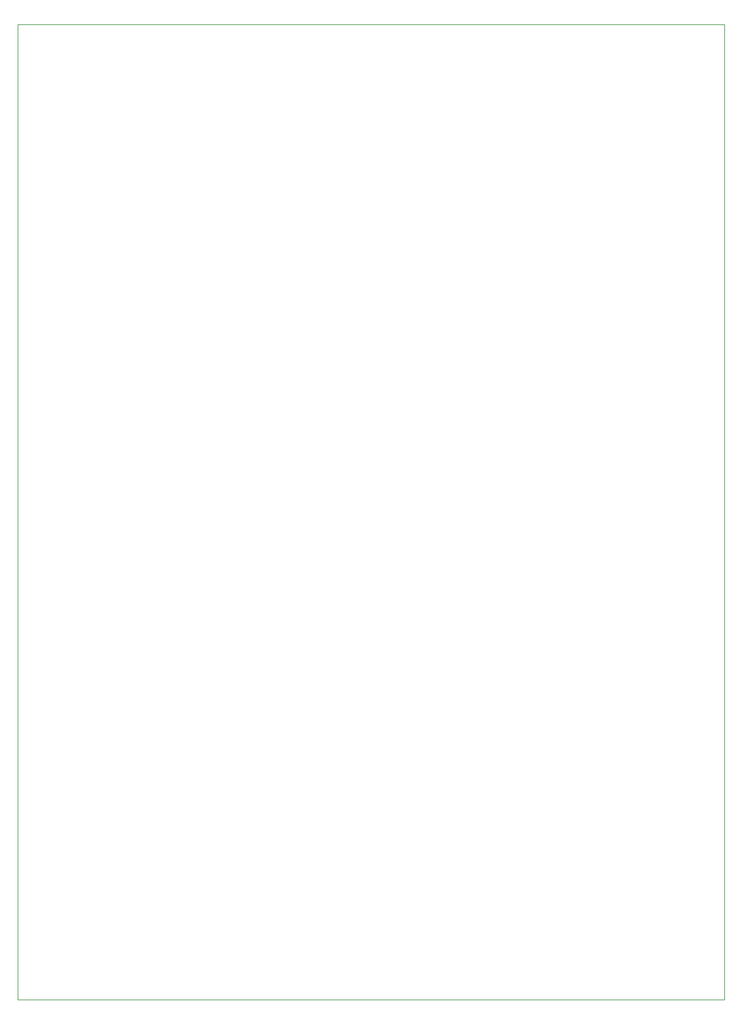
<source format=gbr>
%TF.GenerationSoftware,KiCad,Pcbnew,9.0.4*%
%TF.CreationDate,2025-09-23T10:18:57+12:00*%
%TF.ProjectId,esfgrid_ckt_IA,65736667-7269-4645-9f63-6b745f49412e,rev?*%
%TF.SameCoordinates,Original*%
%TF.FileFunction,Profile,NP*%
%FSLAX46Y46*%
G04 Gerber Fmt 4.6, Leading zero omitted, Abs format (unit mm)*
G04 Created by KiCad (PCBNEW 9.0.4) date 2025-09-23 10:18:57*
%MOMM*%
%LPD*%
G01*
G04 APERTURE LIST*
%TA.AperFunction,Profile*%
%ADD10C,0.050000*%
%TD*%
G04 APERTURE END LIST*
D10*
X162122960Y-42649986D02*
X260292960Y-42649986D01*
X260292960Y-178000000D01*
X162122960Y-178000000D01*
X162122960Y-42649986D01*
M02*

</source>
